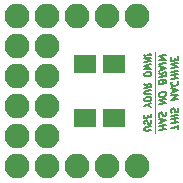
<source format=gbs>
G04 #@! TF.FileFunction,Soldermask,Bot*
%FSLAX46Y46*%
G04 Gerber Fmt 4.6, Leading zero omitted, Abs format (unit mm)*
G04 Created by KiCad (PCBNEW 4.0.7) date 2018 April 02, Monday 17:07:15*
%MOMM*%
%LPD*%
G01*
G04 APERTURE LIST*
%ADD10C,0.100000*%
%ADD11C,0.150000*%
%ADD12C,0.137500*%
%ADD13O,2.100000X2.100000*%
%ADD14R,1.900000X1.650000*%
G04 APERTURE END LIST*
D10*
X152908000Y-98425000D02*
X152908000Y-91567000D01*
D11*
X154904571Y-98040642D02*
X154904571Y-97697785D01*
X154304571Y-97944214D02*
X154904571Y-97869214D01*
X154304571Y-97572785D02*
X154904571Y-97497785D01*
X154618857Y-97533499D02*
X154618857Y-97190642D01*
X154304571Y-97229928D02*
X154904571Y-97154928D01*
X154304571Y-96944214D02*
X154904571Y-96869214D01*
X154333143Y-96683499D02*
X154304571Y-96601357D01*
X154304571Y-96458500D01*
X154333143Y-96397785D01*
X154361714Y-96365643D01*
X154418857Y-96329928D01*
X154476000Y-96322785D01*
X154533143Y-96344214D01*
X154561714Y-96369214D01*
X154590286Y-96422785D01*
X154618857Y-96533500D01*
X154647429Y-96587070D01*
X154676000Y-96612071D01*
X154733143Y-96633499D01*
X154790286Y-96626356D01*
X154847429Y-96590642D01*
X154876000Y-96558499D01*
X154904571Y-96497786D01*
X154904571Y-96354928D01*
X154876000Y-96272785D01*
X154304571Y-95629928D02*
X154904571Y-95554928D01*
X154476000Y-95408499D01*
X154904571Y-95154928D01*
X154304571Y-95229928D01*
X154476000Y-94951356D02*
X154476000Y-94665642D01*
X154304571Y-95029928D02*
X154904571Y-94754928D01*
X154304571Y-94629928D01*
X154361714Y-94079928D02*
X154333143Y-94112070D01*
X154304571Y-94201356D01*
X154304571Y-94258499D01*
X154333143Y-94340642D01*
X154390286Y-94390641D01*
X154447429Y-94412070D01*
X154561714Y-94426356D01*
X154647429Y-94415641D01*
X154761714Y-94372785D01*
X154818857Y-94337070D01*
X154876000Y-94272785D01*
X154904571Y-94183499D01*
X154904571Y-94126356D01*
X154876000Y-94044213D01*
X154847429Y-94019213D01*
X154304571Y-93829928D02*
X154904571Y-93754928D01*
X154618857Y-93790642D02*
X154618857Y-93447785D01*
X154304571Y-93487071D02*
X154904571Y-93412071D01*
X154304571Y-93201357D02*
X154904571Y-93126357D01*
X154304571Y-92915643D02*
X154904571Y-92840643D01*
X154304571Y-92572786D01*
X154904571Y-92497786D01*
X154618857Y-92247786D02*
X154618857Y-92047786D01*
X154304571Y-92001358D02*
X154304571Y-92287072D01*
X154904571Y-92212072D01*
X154904571Y-91926358D01*
X153254571Y-98144214D02*
X153854571Y-98069214D01*
X153568857Y-98104928D02*
X153568857Y-97762071D01*
X153254571Y-97801357D02*
X153854571Y-97726357D01*
X153426000Y-97522785D02*
X153426000Y-97237071D01*
X153254571Y-97601357D02*
X153854571Y-97326357D01*
X153254571Y-97201357D01*
X153283143Y-97026356D02*
X153254571Y-96944214D01*
X153254571Y-96801357D01*
X153283143Y-96740642D01*
X153311714Y-96708500D01*
X153368857Y-96672785D01*
X153426000Y-96665642D01*
X153483143Y-96687071D01*
X153511714Y-96712071D01*
X153540286Y-96765642D01*
X153568857Y-96876357D01*
X153597429Y-96929927D01*
X153626000Y-96954928D01*
X153683143Y-96976356D01*
X153740286Y-96969213D01*
X153797429Y-96933499D01*
X153826000Y-96901356D01*
X153854571Y-96840643D01*
X153854571Y-96697785D01*
X153826000Y-96615642D01*
X153254571Y-95972785D02*
X153854571Y-95897785D01*
X153254571Y-95629928D01*
X153854571Y-95554928D01*
X153854571Y-95154928D02*
X153854571Y-95040642D01*
X153826000Y-94987071D01*
X153768857Y-94937071D01*
X153654571Y-94922785D01*
X153454571Y-94947785D01*
X153340286Y-94990642D01*
X153283143Y-95054928D01*
X153254571Y-95115642D01*
X153254571Y-95229928D01*
X153283143Y-95283499D01*
X153340286Y-95333499D01*
X153454571Y-95347785D01*
X153654571Y-95322785D01*
X153768857Y-95279928D01*
X153826000Y-95215642D01*
X153854571Y-95154928D01*
X153568857Y-94019214D02*
X153540286Y-93937071D01*
X153511714Y-93912071D01*
X153454571Y-93890643D01*
X153368857Y-93901357D01*
X153311714Y-93937071D01*
X153283143Y-93969214D01*
X153254571Y-94029928D01*
X153254571Y-94258500D01*
X153854571Y-94183500D01*
X153854571Y-93983500D01*
X153826000Y-93929928D01*
X153797429Y-93904928D01*
X153740286Y-93883499D01*
X153683143Y-93890642D01*
X153626000Y-93926357D01*
X153597429Y-93958499D01*
X153568857Y-94019214D01*
X153568857Y-94219214D01*
X153254571Y-93315643D02*
X153540286Y-93479928D01*
X153254571Y-93658500D02*
X153854571Y-93583500D01*
X153854571Y-93354928D01*
X153826000Y-93301357D01*
X153797429Y-93276356D01*
X153740286Y-93254928D01*
X153654571Y-93265643D01*
X153597429Y-93301356D01*
X153568857Y-93333500D01*
X153540286Y-93394213D01*
X153540286Y-93622785D01*
X153426000Y-93065642D02*
X153426000Y-92779928D01*
X153254571Y-93144214D02*
X153854571Y-92869214D01*
X153254571Y-92744214D01*
X153254571Y-92544214D02*
X153854571Y-92469214D01*
X153254571Y-92258500D02*
X153854571Y-92183500D01*
X153254571Y-91915643D01*
X153854571Y-91840643D01*
D12*
X152574190Y-98153589D02*
X152128952Y-98209244D01*
X152076571Y-98189601D01*
X152050381Y-98166684D01*
X152024190Y-98117577D01*
X152024190Y-98012815D01*
X152050381Y-97957160D01*
X152076571Y-97927696D01*
X152128952Y-97894958D01*
X152574190Y-97839303D01*
X152050381Y-97669065D02*
X152024190Y-97593768D01*
X152024190Y-97462815D01*
X152050381Y-97407160D01*
X152076571Y-97377697D01*
X152128952Y-97344958D01*
X152181333Y-97338410D01*
X152233714Y-97358054D01*
X152259905Y-97380970D01*
X152286095Y-97430077D01*
X152312286Y-97531565D01*
X152338476Y-97580672D01*
X152364667Y-97603590D01*
X152417048Y-97623232D01*
X152469429Y-97616684D01*
X152521810Y-97583947D01*
X152548000Y-97554482D01*
X152574190Y-97498827D01*
X152574190Y-97367875D01*
X152548000Y-97292577D01*
X152312286Y-97086327D02*
X152312286Y-96902993D01*
X152024190Y-96860434D02*
X152024190Y-97122339D01*
X152574190Y-97053589D01*
X152574190Y-96791684D01*
X152286095Y-96068172D02*
X152024190Y-96100910D01*
X152574190Y-96215493D02*
X152286095Y-96068172D01*
X152574190Y-95848826D01*
X152574190Y-95560731D02*
X152574190Y-95455969D01*
X152548000Y-95406862D01*
X152495619Y-95361029D01*
X152390857Y-95347933D01*
X152207524Y-95370849D01*
X152102762Y-95410136D01*
X152050381Y-95469064D01*
X152024190Y-95524719D01*
X152024190Y-95629481D01*
X152050381Y-95678588D01*
X152102762Y-95724422D01*
X152207524Y-95737516D01*
X152390857Y-95714600D01*
X152495619Y-95675315D01*
X152548000Y-95616386D01*
X152574190Y-95560731D01*
X152574190Y-95089303D02*
X152128952Y-95144958D01*
X152076571Y-95125315D01*
X152050381Y-95102398D01*
X152024190Y-95053291D01*
X152024190Y-94948529D01*
X152050381Y-94892874D01*
X152076571Y-94863410D01*
X152128952Y-94830672D01*
X152574190Y-94775017D01*
X152024190Y-94267577D02*
X152286095Y-94418172D01*
X152024190Y-94581863D02*
X152574190Y-94513113D01*
X152574190Y-94303589D01*
X152548000Y-94254482D01*
X152521810Y-94231565D01*
X152469429Y-94211922D01*
X152390857Y-94221744D01*
X152338476Y-94254481D01*
X152312286Y-94283946D01*
X152286095Y-94339601D01*
X152286095Y-94549125D01*
X152574190Y-93439303D02*
X152574190Y-93334541D01*
X152548000Y-93285434D01*
X152495619Y-93239601D01*
X152390857Y-93226505D01*
X152207524Y-93249421D01*
X152102762Y-93288708D01*
X152050381Y-93347636D01*
X152024190Y-93403291D01*
X152024190Y-93508053D01*
X152050381Y-93557160D01*
X152102762Y-93602994D01*
X152207524Y-93616088D01*
X152390857Y-93593172D01*
X152495619Y-93553887D01*
X152548000Y-93494958D01*
X152574190Y-93439303D01*
X152574190Y-93020256D02*
X152024190Y-92958053D01*
X152417048Y-92804184D01*
X152024190Y-92748529D01*
X152574190Y-92548827D01*
X152024190Y-92408054D02*
X152574190Y-92339304D01*
X152024190Y-92093768D01*
X152574190Y-92025018D01*
X152076571Y-91825317D02*
X152050381Y-91802399D01*
X152024190Y-91831864D01*
X152050381Y-91854780D01*
X152076571Y-91825317D01*
X152024190Y-91831864D01*
X152233714Y-91805674D02*
X152548000Y-91792578D01*
X152574190Y-91763114D01*
X152548000Y-91740197D01*
X152233714Y-91805674D01*
X152574190Y-91763114D01*
D13*
X143764000Y-91059000D03*
X141224000Y-91059000D03*
X143764000Y-93599000D03*
X141224000Y-93599000D03*
X143764000Y-96139000D03*
X141224000Y-96139000D03*
X143764000Y-98679000D03*
X141224000Y-98679000D03*
X141224000Y-101219000D03*
X143764000Y-101219000D03*
X146304000Y-101219000D03*
X148844000Y-101219000D03*
X151384000Y-101219000D03*
X141224000Y-88519000D03*
X143764000Y-88519000D03*
X146304000Y-88519000D03*
X148844000Y-88519000D03*
X151384000Y-88519000D03*
D14*
X146959000Y-97155000D03*
X149459000Y-97155000D03*
X149459000Y-92583000D03*
X146959000Y-92583000D03*
M02*

</source>
